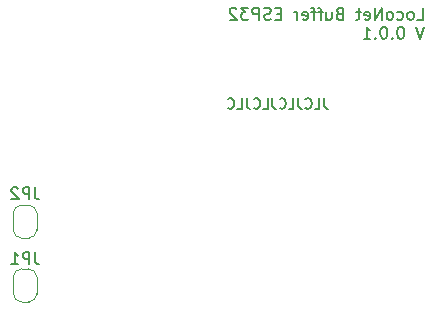
<source format=gbr>
G04 #@! TF.GenerationSoftware,KiCad,Pcbnew,7.0.5.1-1-g8f565ef7f0-dirty-deb11*
G04 #@! TF.CreationDate,2023-08-07T11:26:22+00:00*
G04 #@! TF.ProjectId,LocoBuffer,4c6f636f-4275-4666-9665-722e6b696361,0.0.1*
G04 #@! TF.SameCoordinates,Original*
G04 #@! TF.FileFunction,Legend,Bot*
G04 #@! TF.FilePolarity,Positive*
%FSLAX46Y46*%
G04 Gerber Fmt 4.6, Leading zero omitted, Abs format (unit mm)*
G04 Created by KiCad (PCBNEW 7.0.5.1-1-g8f565ef7f0-dirty-deb11) date 2023-08-07 11:26:22*
%MOMM*%
%LPD*%
G01*
G04 APERTURE LIST*
%ADD10C,0.150000*%
%ADD11C,0.120000*%
%ADD12C,3.450000*%
%ADD13R,1.398000X1.398000*%
%ADD14C,1.398000*%
%ADD15C,5.700000*%
%ADD16R,2.000000X1.200000*%
%ADD17O,2.000000X1.200000*%
%ADD18R,1.700000X1.700000*%
%ADD19O,1.700000X1.700000*%
G04 APERTURE END LIST*
D10*
X85937030Y-72759819D02*
X86413220Y-72759819D01*
X86413220Y-72759819D02*
X86413220Y-71759819D01*
X85460839Y-72759819D02*
X85556077Y-72712200D01*
X85556077Y-72712200D02*
X85603696Y-72664580D01*
X85603696Y-72664580D02*
X85651315Y-72569342D01*
X85651315Y-72569342D02*
X85651315Y-72283628D01*
X85651315Y-72283628D02*
X85603696Y-72188390D01*
X85603696Y-72188390D02*
X85556077Y-72140771D01*
X85556077Y-72140771D02*
X85460839Y-72093152D01*
X85460839Y-72093152D02*
X85317982Y-72093152D01*
X85317982Y-72093152D02*
X85222744Y-72140771D01*
X85222744Y-72140771D02*
X85175125Y-72188390D01*
X85175125Y-72188390D02*
X85127506Y-72283628D01*
X85127506Y-72283628D02*
X85127506Y-72569342D01*
X85127506Y-72569342D02*
X85175125Y-72664580D01*
X85175125Y-72664580D02*
X85222744Y-72712200D01*
X85222744Y-72712200D02*
X85317982Y-72759819D01*
X85317982Y-72759819D02*
X85460839Y-72759819D01*
X84270363Y-72712200D02*
X84365601Y-72759819D01*
X84365601Y-72759819D02*
X84556077Y-72759819D01*
X84556077Y-72759819D02*
X84651315Y-72712200D01*
X84651315Y-72712200D02*
X84698934Y-72664580D01*
X84698934Y-72664580D02*
X84746553Y-72569342D01*
X84746553Y-72569342D02*
X84746553Y-72283628D01*
X84746553Y-72283628D02*
X84698934Y-72188390D01*
X84698934Y-72188390D02*
X84651315Y-72140771D01*
X84651315Y-72140771D02*
X84556077Y-72093152D01*
X84556077Y-72093152D02*
X84365601Y-72093152D01*
X84365601Y-72093152D02*
X84270363Y-72140771D01*
X83698934Y-72759819D02*
X83794172Y-72712200D01*
X83794172Y-72712200D02*
X83841791Y-72664580D01*
X83841791Y-72664580D02*
X83889410Y-72569342D01*
X83889410Y-72569342D02*
X83889410Y-72283628D01*
X83889410Y-72283628D02*
X83841791Y-72188390D01*
X83841791Y-72188390D02*
X83794172Y-72140771D01*
X83794172Y-72140771D02*
X83698934Y-72093152D01*
X83698934Y-72093152D02*
X83556077Y-72093152D01*
X83556077Y-72093152D02*
X83460839Y-72140771D01*
X83460839Y-72140771D02*
X83413220Y-72188390D01*
X83413220Y-72188390D02*
X83365601Y-72283628D01*
X83365601Y-72283628D02*
X83365601Y-72569342D01*
X83365601Y-72569342D02*
X83413220Y-72664580D01*
X83413220Y-72664580D02*
X83460839Y-72712200D01*
X83460839Y-72712200D02*
X83556077Y-72759819D01*
X83556077Y-72759819D02*
X83698934Y-72759819D01*
X82937029Y-72759819D02*
X82937029Y-71759819D01*
X82937029Y-71759819D02*
X82365601Y-72759819D01*
X82365601Y-72759819D02*
X82365601Y-71759819D01*
X81508458Y-72712200D02*
X81603696Y-72759819D01*
X81603696Y-72759819D02*
X81794172Y-72759819D01*
X81794172Y-72759819D02*
X81889410Y-72712200D01*
X81889410Y-72712200D02*
X81937029Y-72616961D01*
X81937029Y-72616961D02*
X81937029Y-72236009D01*
X81937029Y-72236009D02*
X81889410Y-72140771D01*
X81889410Y-72140771D02*
X81794172Y-72093152D01*
X81794172Y-72093152D02*
X81603696Y-72093152D01*
X81603696Y-72093152D02*
X81508458Y-72140771D01*
X81508458Y-72140771D02*
X81460839Y-72236009D01*
X81460839Y-72236009D02*
X81460839Y-72331247D01*
X81460839Y-72331247D02*
X81937029Y-72426485D01*
X81175124Y-72093152D02*
X80794172Y-72093152D01*
X81032267Y-71759819D02*
X81032267Y-72616961D01*
X81032267Y-72616961D02*
X80984648Y-72712200D01*
X80984648Y-72712200D02*
X80889410Y-72759819D01*
X80889410Y-72759819D02*
X80794172Y-72759819D01*
X79365600Y-72236009D02*
X79222743Y-72283628D01*
X79222743Y-72283628D02*
X79175124Y-72331247D01*
X79175124Y-72331247D02*
X79127505Y-72426485D01*
X79127505Y-72426485D02*
X79127505Y-72569342D01*
X79127505Y-72569342D02*
X79175124Y-72664580D01*
X79175124Y-72664580D02*
X79222743Y-72712200D01*
X79222743Y-72712200D02*
X79317981Y-72759819D01*
X79317981Y-72759819D02*
X79698933Y-72759819D01*
X79698933Y-72759819D02*
X79698933Y-71759819D01*
X79698933Y-71759819D02*
X79365600Y-71759819D01*
X79365600Y-71759819D02*
X79270362Y-71807438D01*
X79270362Y-71807438D02*
X79222743Y-71855057D01*
X79222743Y-71855057D02*
X79175124Y-71950295D01*
X79175124Y-71950295D02*
X79175124Y-72045533D01*
X79175124Y-72045533D02*
X79222743Y-72140771D01*
X79222743Y-72140771D02*
X79270362Y-72188390D01*
X79270362Y-72188390D02*
X79365600Y-72236009D01*
X79365600Y-72236009D02*
X79698933Y-72236009D01*
X78270362Y-72093152D02*
X78270362Y-72759819D01*
X78698933Y-72093152D02*
X78698933Y-72616961D01*
X78698933Y-72616961D02*
X78651314Y-72712200D01*
X78651314Y-72712200D02*
X78556076Y-72759819D01*
X78556076Y-72759819D02*
X78413219Y-72759819D01*
X78413219Y-72759819D02*
X78317981Y-72712200D01*
X78317981Y-72712200D02*
X78270362Y-72664580D01*
X77937028Y-72093152D02*
X77556076Y-72093152D01*
X77794171Y-72759819D02*
X77794171Y-71902676D01*
X77794171Y-71902676D02*
X77746552Y-71807438D01*
X77746552Y-71807438D02*
X77651314Y-71759819D01*
X77651314Y-71759819D02*
X77556076Y-71759819D01*
X77365599Y-72093152D02*
X76984647Y-72093152D01*
X77222742Y-72759819D02*
X77222742Y-71902676D01*
X77222742Y-71902676D02*
X77175123Y-71807438D01*
X77175123Y-71807438D02*
X77079885Y-71759819D01*
X77079885Y-71759819D02*
X76984647Y-71759819D01*
X76270361Y-72712200D02*
X76365599Y-72759819D01*
X76365599Y-72759819D02*
X76556075Y-72759819D01*
X76556075Y-72759819D02*
X76651313Y-72712200D01*
X76651313Y-72712200D02*
X76698932Y-72616961D01*
X76698932Y-72616961D02*
X76698932Y-72236009D01*
X76698932Y-72236009D02*
X76651313Y-72140771D01*
X76651313Y-72140771D02*
X76556075Y-72093152D01*
X76556075Y-72093152D02*
X76365599Y-72093152D01*
X76365599Y-72093152D02*
X76270361Y-72140771D01*
X76270361Y-72140771D02*
X76222742Y-72236009D01*
X76222742Y-72236009D02*
X76222742Y-72331247D01*
X76222742Y-72331247D02*
X76698932Y-72426485D01*
X75794170Y-72759819D02*
X75794170Y-72093152D01*
X75794170Y-72283628D02*
X75746551Y-72188390D01*
X75746551Y-72188390D02*
X75698932Y-72140771D01*
X75698932Y-72140771D02*
X75603694Y-72093152D01*
X75603694Y-72093152D02*
X75508456Y-72093152D01*
X74413217Y-72236009D02*
X74079884Y-72236009D01*
X73937027Y-72759819D02*
X74413217Y-72759819D01*
X74413217Y-72759819D02*
X74413217Y-71759819D01*
X74413217Y-71759819D02*
X73937027Y-71759819D01*
X73556074Y-72712200D02*
X73413217Y-72759819D01*
X73413217Y-72759819D02*
X73175122Y-72759819D01*
X73175122Y-72759819D02*
X73079884Y-72712200D01*
X73079884Y-72712200D02*
X73032265Y-72664580D01*
X73032265Y-72664580D02*
X72984646Y-72569342D01*
X72984646Y-72569342D02*
X72984646Y-72474104D01*
X72984646Y-72474104D02*
X73032265Y-72378866D01*
X73032265Y-72378866D02*
X73079884Y-72331247D01*
X73079884Y-72331247D02*
X73175122Y-72283628D01*
X73175122Y-72283628D02*
X73365598Y-72236009D01*
X73365598Y-72236009D02*
X73460836Y-72188390D01*
X73460836Y-72188390D02*
X73508455Y-72140771D01*
X73508455Y-72140771D02*
X73556074Y-72045533D01*
X73556074Y-72045533D02*
X73556074Y-71950295D01*
X73556074Y-71950295D02*
X73508455Y-71855057D01*
X73508455Y-71855057D02*
X73460836Y-71807438D01*
X73460836Y-71807438D02*
X73365598Y-71759819D01*
X73365598Y-71759819D02*
X73127503Y-71759819D01*
X73127503Y-71759819D02*
X72984646Y-71807438D01*
X72556074Y-72759819D02*
X72556074Y-71759819D01*
X72556074Y-71759819D02*
X72175122Y-71759819D01*
X72175122Y-71759819D02*
X72079884Y-71807438D01*
X72079884Y-71807438D02*
X72032265Y-71855057D01*
X72032265Y-71855057D02*
X71984646Y-71950295D01*
X71984646Y-71950295D02*
X71984646Y-72093152D01*
X71984646Y-72093152D02*
X72032265Y-72188390D01*
X72032265Y-72188390D02*
X72079884Y-72236009D01*
X72079884Y-72236009D02*
X72175122Y-72283628D01*
X72175122Y-72283628D02*
X72556074Y-72283628D01*
X71651312Y-71759819D02*
X71032265Y-71759819D01*
X71032265Y-71759819D02*
X71365598Y-72140771D01*
X71365598Y-72140771D02*
X71222741Y-72140771D01*
X71222741Y-72140771D02*
X71127503Y-72188390D01*
X71127503Y-72188390D02*
X71079884Y-72236009D01*
X71079884Y-72236009D02*
X71032265Y-72331247D01*
X71032265Y-72331247D02*
X71032265Y-72569342D01*
X71032265Y-72569342D02*
X71079884Y-72664580D01*
X71079884Y-72664580D02*
X71127503Y-72712200D01*
X71127503Y-72712200D02*
X71222741Y-72759819D01*
X71222741Y-72759819D02*
X71508455Y-72759819D01*
X71508455Y-72759819D02*
X71603693Y-72712200D01*
X71603693Y-72712200D02*
X71651312Y-72664580D01*
X70651312Y-71855057D02*
X70603693Y-71807438D01*
X70603693Y-71807438D02*
X70508455Y-71759819D01*
X70508455Y-71759819D02*
X70270360Y-71759819D01*
X70270360Y-71759819D02*
X70175122Y-71807438D01*
X70175122Y-71807438D02*
X70127503Y-71855057D01*
X70127503Y-71855057D02*
X70079884Y-71950295D01*
X70079884Y-71950295D02*
X70079884Y-72045533D01*
X70079884Y-72045533D02*
X70127503Y-72188390D01*
X70127503Y-72188390D02*
X70698931Y-72759819D01*
X70698931Y-72759819D02*
X70079884Y-72759819D01*
X86556077Y-73369819D02*
X86222744Y-74369819D01*
X86222744Y-74369819D02*
X85889411Y-73369819D01*
X84603696Y-73369819D02*
X84508458Y-73369819D01*
X84508458Y-73369819D02*
X84413220Y-73417438D01*
X84413220Y-73417438D02*
X84365601Y-73465057D01*
X84365601Y-73465057D02*
X84317982Y-73560295D01*
X84317982Y-73560295D02*
X84270363Y-73750771D01*
X84270363Y-73750771D02*
X84270363Y-73988866D01*
X84270363Y-73988866D02*
X84317982Y-74179342D01*
X84317982Y-74179342D02*
X84365601Y-74274580D01*
X84365601Y-74274580D02*
X84413220Y-74322200D01*
X84413220Y-74322200D02*
X84508458Y-74369819D01*
X84508458Y-74369819D02*
X84603696Y-74369819D01*
X84603696Y-74369819D02*
X84698934Y-74322200D01*
X84698934Y-74322200D02*
X84746553Y-74274580D01*
X84746553Y-74274580D02*
X84794172Y-74179342D01*
X84794172Y-74179342D02*
X84841791Y-73988866D01*
X84841791Y-73988866D02*
X84841791Y-73750771D01*
X84841791Y-73750771D02*
X84794172Y-73560295D01*
X84794172Y-73560295D02*
X84746553Y-73465057D01*
X84746553Y-73465057D02*
X84698934Y-73417438D01*
X84698934Y-73417438D02*
X84603696Y-73369819D01*
X83841791Y-74274580D02*
X83794172Y-74322200D01*
X83794172Y-74322200D02*
X83841791Y-74369819D01*
X83841791Y-74369819D02*
X83889410Y-74322200D01*
X83889410Y-74322200D02*
X83841791Y-74274580D01*
X83841791Y-74274580D02*
X83841791Y-74369819D01*
X83175125Y-73369819D02*
X83079887Y-73369819D01*
X83079887Y-73369819D02*
X82984649Y-73417438D01*
X82984649Y-73417438D02*
X82937030Y-73465057D01*
X82937030Y-73465057D02*
X82889411Y-73560295D01*
X82889411Y-73560295D02*
X82841792Y-73750771D01*
X82841792Y-73750771D02*
X82841792Y-73988866D01*
X82841792Y-73988866D02*
X82889411Y-74179342D01*
X82889411Y-74179342D02*
X82937030Y-74274580D01*
X82937030Y-74274580D02*
X82984649Y-74322200D01*
X82984649Y-74322200D02*
X83079887Y-74369819D01*
X83079887Y-74369819D02*
X83175125Y-74369819D01*
X83175125Y-74369819D02*
X83270363Y-74322200D01*
X83270363Y-74322200D02*
X83317982Y-74274580D01*
X83317982Y-74274580D02*
X83365601Y-74179342D01*
X83365601Y-74179342D02*
X83413220Y-73988866D01*
X83413220Y-73988866D02*
X83413220Y-73750771D01*
X83413220Y-73750771D02*
X83365601Y-73560295D01*
X83365601Y-73560295D02*
X83317982Y-73465057D01*
X83317982Y-73465057D02*
X83270363Y-73417438D01*
X83270363Y-73417438D02*
X83175125Y-73369819D01*
X82413220Y-74274580D02*
X82365601Y-74322200D01*
X82365601Y-74322200D02*
X82413220Y-74369819D01*
X82413220Y-74369819D02*
X82460839Y-74322200D01*
X82460839Y-74322200D02*
X82413220Y-74274580D01*
X82413220Y-74274580D02*
X82413220Y-74369819D01*
X81413221Y-74369819D02*
X81984649Y-74369819D01*
X81698935Y-74369819D02*
X81698935Y-73369819D01*
X81698935Y-73369819D02*
X81794173Y-73512676D01*
X81794173Y-73512676D02*
X81889411Y-73607914D01*
X81889411Y-73607914D02*
X81984649Y-73655533D01*
X78069077Y-79429177D02*
X78069077Y-80036320D01*
X78069077Y-80036320D02*
X78109554Y-80157748D01*
X78109554Y-80157748D02*
X78190506Y-80238701D01*
X78190506Y-80238701D02*
X78311935Y-80279177D01*
X78311935Y-80279177D02*
X78392887Y-80279177D01*
X77259554Y-80279177D02*
X77664316Y-80279177D01*
X77664316Y-80279177D02*
X77664316Y-79429177D01*
X76490506Y-80198224D02*
X76530982Y-80238701D01*
X76530982Y-80238701D02*
X76652411Y-80279177D01*
X76652411Y-80279177D02*
X76733363Y-80279177D01*
X76733363Y-80279177D02*
X76854792Y-80238701D01*
X76854792Y-80238701D02*
X76935744Y-80157748D01*
X76935744Y-80157748D02*
X76976221Y-80076796D01*
X76976221Y-80076796D02*
X77016697Y-79914891D01*
X77016697Y-79914891D02*
X77016697Y-79793462D01*
X77016697Y-79793462D02*
X76976221Y-79631558D01*
X76976221Y-79631558D02*
X76935744Y-79550605D01*
X76935744Y-79550605D02*
X76854792Y-79469653D01*
X76854792Y-79469653D02*
X76733363Y-79429177D01*
X76733363Y-79429177D02*
X76652411Y-79429177D01*
X76652411Y-79429177D02*
X76530982Y-79469653D01*
X76530982Y-79469653D02*
X76490506Y-79510129D01*
X75883363Y-79429177D02*
X75883363Y-80036320D01*
X75883363Y-80036320D02*
X75923840Y-80157748D01*
X75923840Y-80157748D02*
X76004792Y-80238701D01*
X76004792Y-80238701D02*
X76126221Y-80279177D01*
X76126221Y-80279177D02*
X76207173Y-80279177D01*
X75073840Y-80279177D02*
X75478602Y-80279177D01*
X75478602Y-80279177D02*
X75478602Y-79429177D01*
X74304792Y-80198224D02*
X74345268Y-80238701D01*
X74345268Y-80238701D02*
X74466697Y-80279177D01*
X74466697Y-80279177D02*
X74547649Y-80279177D01*
X74547649Y-80279177D02*
X74669078Y-80238701D01*
X74669078Y-80238701D02*
X74750030Y-80157748D01*
X74750030Y-80157748D02*
X74790507Y-80076796D01*
X74790507Y-80076796D02*
X74830983Y-79914891D01*
X74830983Y-79914891D02*
X74830983Y-79793462D01*
X74830983Y-79793462D02*
X74790507Y-79631558D01*
X74790507Y-79631558D02*
X74750030Y-79550605D01*
X74750030Y-79550605D02*
X74669078Y-79469653D01*
X74669078Y-79469653D02*
X74547649Y-79429177D01*
X74547649Y-79429177D02*
X74466697Y-79429177D01*
X74466697Y-79429177D02*
X74345268Y-79469653D01*
X74345268Y-79469653D02*
X74304792Y-79510129D01*
X73697649Y-79429177D02*
X73697649Y-80036320D01*
X73697649Y-80036320D02*
X73738126Y-80157748D01*
X73738126Y-80157748D02*
X73819078Y-80238701D01*
X73819078Y-80238701D02*
X73940507Y-80279177D01*
X73940507Y-80279177D02*
X74021459Y-80279177D01*
X72888126Y-80279177D02*
X73292888Y-80279177D01*
X73292888Y-80279177D02*
X73292888Y-79429177D01*
X72119078Y-80198224D02*
X72159554Y-80238701D01*
X72159554Y-80238701D02*
X72280983Y-80279177D01*
X72280983Y-80279177D02*
X72361935Y-80279177D01*
X72361935Y-80279177D02*
X72483364Y-80238701D01*
X72483364Y-80238701D02*
X72564316Y-80157748D01*
X72564316Y-80157748D02*
X72604793Y-80076796D01*
X72604793Y-80076796D02*
X72645269Y-79914891D01*
X72645269Y-79914891D02*
X72645269Y-79793462D01*
X72645269Y-79793462D02*
X72604793Y-79631558D01*
X72604793Y-79631558D02*
X72564316Y-79550605D01*
X72564316Y-79550605D02*
X72483364Y-79469653D01*
X72483364Y-79469653D02*
X72361935Y-79429177D01*
X72361935Y-79429177D02*
X72280983Y-79429177D01*
X72280983Y-79429177D02*
X72159554Y-79469653D01*
X72159554Y-79469653D02*
X72119078Y-79510129D01*
X71511935Y-79429177D02*
X71511935Y-80036320D01*
X71511935Y-80036320D02*
X71552412Y-80157748D01*
X71552412Y-80157748D02*
X71633364Y-80238701D01*
X71633364Y-80238701D02*
X71754793Y-80279177D01*
X71754793Y-80279177D02*
X71835745Y-80279177D01*
X70702412Y-80279177D02*
X71107174Y-80279177D01*
X71107174Y-80279177D02*
X71107174Y-79429177D01*
X69933364Y-80198224D02*
X69973840Y-80238701D01*
X69973840Y-80238701D02*
X70095269Y-80279177D01*
X70095269Y-80279177D02*
X70176221Y-80279177D01*
X70176221Y-80279177D02*
X70297650Y-80238701D01*
X70297650Y-80238701D02*
X70378602Y-80157748D01*
X70378602Y-80157748D02*
X70419079Y-80076796D01*
X70419079Y-80076796D02*
X70459555Y-79914891D01*
X70459555Y-79914891D02*
X70459555Y-79793462D01*
X70459555Y-79793462D02*
X70419079Y-79631558D01*
X70419079Y-79631558D02*
X70378602Y-79550605D01*
X70378602Y-79550605D02*
X70297650Y-79469653D01*
X70297650Y-79469653D02*
X70176221Y-79429177D01*
X70176221Y-79429177D02*
X70095269Y-79429177D01*
X70095269Y-79429177D02*
X69973840Y-79469653D01*
X69973840Y-79469653D02*
X69933364Y-79510129D01*
X53583333Y-86954819D02*
X53583333Y-87669104D01*
X53583333Y-87669104D02*
X53630952Y-87811961D01*
X53630952Y-87811961D02*
X53726190Y-87907200D01*
X53726190Y-87907200D02*
X53869047Y-87954819D01*
X53869047Y-87954819D02*
X53964285Y-87954819D01*
X53107142Y-87954819D02*
X53107142Y-86954819D01*
X53107142Y-86954819D02*
X52726190Y-86954819D01*
X52726190Y-86954819D02*
X52630952Y-87002438D01*
X52630952Y-87002438D02*
X52583333Y-87050057D01*
X52583333Y-87050057D02*
X52535714Y-87145295D01*
X52535714Y-87145295D02*
X52535714Y-87288152D01*
X52535714Y-87288152D02*
X52583333Y-87383390D01*
X52583333Y-87383390D02*
X52630952Y-87431009D01*
X52630952Y-87431009D02*
X52726190Y-87478628D01*
X52726190Y-87478628D02*
X53107142Y-87478628D01*
X52154761Y-87050057D02*
X52107142Y-87002438D01*
X52107142Y-87002438D02*
X52011904Y-86954819D01*
X52011904Y-86954819D02*
X51773809Y-86954819D01*
X51773809Y-86954819D02*
X51678571Y-87002438D01*
X51678571Y-87002438D02*
X51630952Y-87050057D01*
X51630952Y-87050057D02*
X51583333Y-87145295D01*
X51583333Y-87145295D02*
X51583333Y-87240533D01*
X51583333Y-87240533D02*
X51630952Y-87383390D01*
X51630952Y-87383390D02*
X52202380Y-87954819D01*
X52202380Y-87954819D02*
X51583333Y-87954819D01*
X53583333Y-92454819D02*
X53583333Y-93169104D01*
X53583333Y-93169104D02*
X53630952Y-93311961D01*
X53630952Y-93311961D02*
X53726190Y-93407200D01*
X53726190Y-93407200D02*
X53869047Y-93454819D01*
X53869047Y-93454819D02*
X53964285Y-93454819D01*
X53107142Y-93454819D02*
X53107142Y-92454819D01*
X53107142Y-92454819D02*
X52726190Y-92454819D01*
X52726190Y-92454819D02*
X52630952Y-92502438D01*
X52630952Y-92502438D02*
X52583333Y-92550057D01*
X52583333Y-92550057D02*
X52535714Y-92645295D01*
X52535714Y-92645295D02*
X52535714Y-92788152D01*
X52535714Y-92788152D02*
X52583333Y-92883390D01*
X52583333Y-92883390D02*
X52630952Y-92931009D01*
X52630952Y-92931009D02*
X52726190Y-92978628D01*
X52726190Y-92978628D02*
X53107142Y-92978628D01*
X51583333Y-93454819D02*
X52154761Y-93454819D01*
X51869047Y-93454819D02*
X51869047Y-92454819D01*
X51869047Y-92454819D02*
X51964285Y-92597676D01*
X51964285Y-92597676D02*
X52059523Y-92692914D01*
X52059523Y-92692914D02*
X52154761Y-92740533D01*
D11*
X52450000Y-91250000D02*
X53050000Y-91250000D01*
X53750000Y-90550000D02*
X53750000Y-89150000D01*
X51750000Y-89150000D02*
X51750000Y-90550000D01*
X53050000Y-88450000D02*
X52450000Y-88450000D01*
X51750000Y-90550000D02*
G75*
G03*
X52450000Y-91250000I699999J-1D01*
G01*
X53050000Y-91250000D02*
G75*
G03*
X53750000Y-90550000I1J699999D01*
G01*
X52450000Y-88450000D02*
G75*
G03*
X51750000Y-89150000I0J-700000D01*
G01*
X53750000Y-89150000D02*
G75*
G03*
X53050000Y-88450000I-700000J0D01*
G01*
X53050000Y-93850000D02*
X52450000Y-93850000D01*
X51750000Y-94550000D02*
X51750000Y-95950000D01*
X53750000Y-95950000D02*
X53750000Y-94550000D01*
X52450000Y-96650000D02*
X53050000Y-96650000D01*
X53750000Y-94550000D02*
G75*
G03*
X53050000Y-93850000I-699999J1D01*
G01*
X52450000Y-93850000D02*
G75*
G03*
X51750000Y-94550000I-1J-699999D01*
G01*
X53050000Y-96650000D02*
G75*
G03*
X53750000Y-95950000I0J700000D01*
G01*
X51750000Y-95950000D02*
G75*
G03*
X52450000Y-96650000I700000J0D01*
G01*
%LPC*%
D12*
X38000000Y-83237500D03*
X38000000Y-92762500D03*
D13*
X43080000Y-90540000D03*
D14*
X41050000Y-89524000D03*
X43080000Y-88508000D03*
X41048000Y-87492000D03*
X43080000Y-86476000D03*
X41050000Y-85460000D03*
D12*
X38000000Y-97237500D03*
X38000000Y-106762500D03*
D13*
X43080000Y-104540000D03*
D14*
X41050000Y-103524000D03*
X43080000Y-102508000D03*
X41048000Y-101492000D03*
X43080000Y-100476000D03*
X41050000Y-99460000D03*
D15*
X35000000Y-75000000D03*
X35000000Y-115000000D03*
X100000000Y-115000000D03*
X100000000Y-75000000D03*
D16*
X92710000Y-117403440D03*
D17*
X92710000Y-114863440D03*
X92710000Y-112323440D03*
X92710000Y-109783440D03*
X92710000Y-107243440D03*
X92710000Y-104703440D03*
X92710000Y-102163440D03*
X92710000Y-99623440D03*
X92710000Y-97083440D03*
X92710000Y-94543440D03*
X92710000Y-92003440D03*
X92710000Y-89463440D03*
X92710000Y-86923440D03*
X92710000Y-84383440D03*
X92710000Y-81843440D03*
X92710000Y-79303440D03*
X92710000Y-76763440D03*
X92710000Y-74223440D03*
X92710000Y-71683440D03*
X67313680Y-71686160D03*
X67313680Y-74226160D03*
X67310000Y-76763440D03*
X67310000Y-79303440D03*
X67310000Y-81843440D03*
X67310000Y-84383440D03*
X67310000Y-86923440D03*
X67310000Y-89463440D03*
X67310000Y-92003440D03*
X67310000Y-94543440D03*
X67310000Y-97083440D03*
X67310000Y-99623440D03*
X67310000Y-102163440D03*
X67310000Y-104703440D03*
X67310000Y-107243440D03*
X67310000Y-109783440D03*
X67310000Y-112323440D03*
X67310000Y-114863440D03*
X67310000Y-117403440D03*
D18*
X100250000Y-86920000D03*
D19*
X100250000Y-89460000D03*
X100250000Y-92000000D03*
X100250000Y-94540000D03*
G36*
X53500000Y-90000000D02*
G01*
X53500000Y-90500000D01*
X53494911Y-90500000D01*
X53494911Y-90571157D01*
X53454816Y-90707708D01*
X53377875Y-90827430D01*
X53270320Y-90920627D01*
X53140866Y-90979746D01*
X53000000Y-91000000D01*
X52500000Y-91000000D01*
X52359134Y-90979746D01*
X52229680Y-90920627D01*
X52122125Y-90827430D01*
X52045184Y-90707708D01*
X52005089Y-90571157D01*
X52005089Y-90500000D01*
X52000000Y-90500000D01*
X52000000Y-90000000D01*
X53500000Y-90000000D01*
G37*
G36*
X52005089Y-89200000D02*
G01*
X52005089Y-89128843D01*
X52045184Y-88992292D01*
X52122125Y-88872570D01*
X52229680Y-88779373D01*
X52359134Y-88720254D01*
X52500000Y-88700000D01*
X53000000Y-88700000D01*
X53140866Y-88720254D01*
X53270320Y-88779373D01*
X53377875Y-88872570D01*
X53454816Y-88992292D01*
X53494911Y-89128843D01*
X53494911Y-89200000D01*
X53500000Y-89200000D01*
X53500000Y-89700000D01*
X52000000Y-89700000D01*
X52000000Y-89200000D01*
X52005089Y-89200000D01*
G37*
G36*
X52000000Y-95100000D02*
G01*
X52000000Y-94600000D01*
X52005089Y-94600000D01*
X52005089Y-94528843D01*
X52045184Y-94392292D01*
X52122125Y-94272570D01*
X52229680Y-94179373D01*
X52359134Y-94120254D01*
X52500000Y-94100000D01*
X53000000Y-94100000D01*
X53140866Y-94120254D01*
X53270320Y-94179373D01*
X53377875Y-94272570D01*
X53454816Y-94392292D01*
X53494911Y-94528843D01*
X53494911Y-94600000D01*
X53500000Y-94600000D01*
X53500000Y-95100000D01*
X52000000Y-95100000D01*
G37*
G36*
X53494911Y-95900000D02*
G01*
X53494911Y-95971157D01*
X53454816Y-96107708D01*
X53377875Y-96227430D01*
X53270320Y-96320627D01*
X53140866Y-96379746D01*
X53000000Y-96400000D01*
X52500000Y-96400000D01*
X52359134Y-96379746D01*
X52229680Y-96320627D01*
X52122125Y-96227430D01*
X52045184Y-96107708D01*
X52005089Y-95971157D01*
X52005089Y-95900000D01*
X52000000Y-95900000D01*
X52000000Y-95400000D01*
X53500000Y-95400000D01*
X53500000Y-95900000D01*
X53494911Y-95900000D01*
G37*
%LPD*%
M02*

</source>
